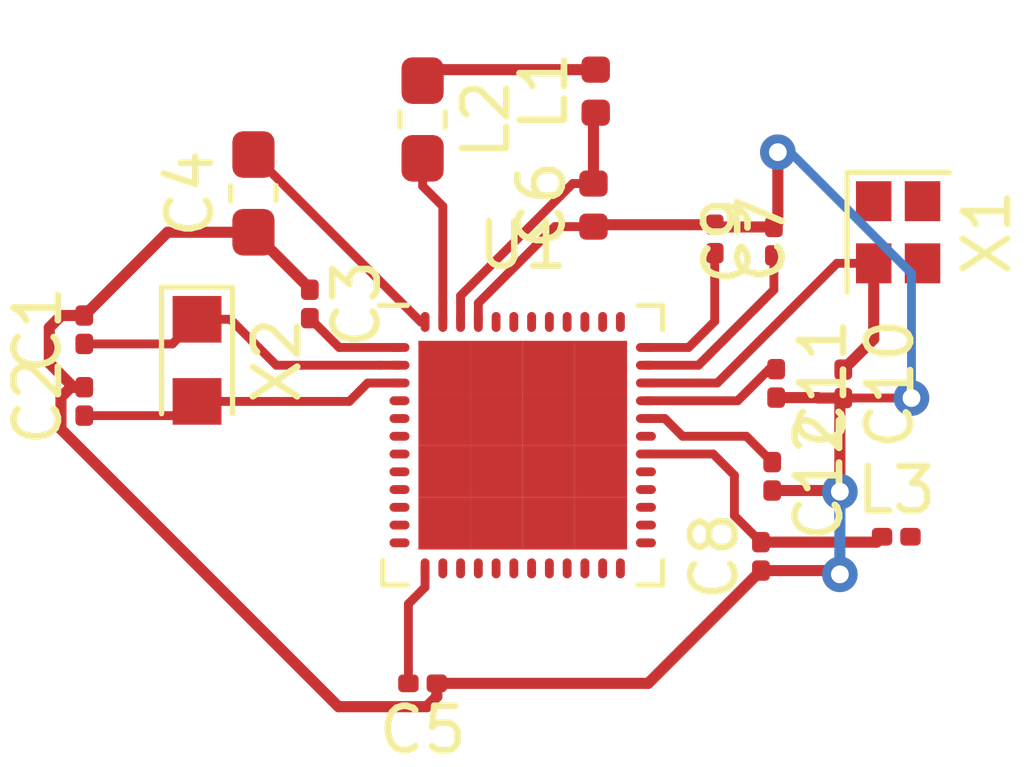
<source format=kicad_pcb>
(kicad_pcb (version 20171130) (host pcbnew 5.1.2-f72e74a~84~ubuntu18.04.1)

  (general
    (thickness 1.6)
    (drawings 0)
    (tracks 104)
    (zones 0)
    (modules 18)
    (nets 48)
  )

  (page A4)
  (layers
    (0 F.Cu signal)
    (31 B.Cu signal)
    (32 B.Adhes user)
    (33 F.Adhes user)
    (34 B.Paste user)
    (35 F.Paste user)
    (36 B.SilkS user)
    (37 F.SilkS user)
    (38 B.Mask user)
    (39 F.Mask user)
    (40 Dwgs.User user)
    (41 Cmts.User user)
    (42 Eco1.User user)
    (43 Eco2.User user)
    (44 Edge.Cuts user)
    (45 Margin user)
    (46 B.CrtYd user)
    (47 F.CrtYd user)
    (48 B.Fab user)
    (49 F.Fab user)
  )

  (setup
    (last_trace_width 0.2)
    (user_trace_width 0.2)
    (trace_clearance 0.18)
    (zone_clearance 0.508)
    (zone_45_only no)
    (trace_min 0.2)
    (via_size 0.8)
    (via_drill 0.4)
    (via_min_size 0.4)
    (via_min_drill 0.3)
    (uvia_size 0.3)
    (uvia_drill 0.1)
    (uvias_allowed no)
    (uvia_min_size 0.2)
    (uvia_min_drill 0.1)
    (edge_width 0.05)
    (segment_width 0.2)
    (pcb_text_width 0.3)
    (pcb_text_size 1.5 1.5)
    (mod_edge_width 0.12)
    (mod_text_size 1 1)
    (mod_text_width 0.15)
    (pad_size 1.524 1.524)
    (pad_drill 0.762)
    (pad_to_mask_clearance 0.051)
    (solder_mask_min_width 0.25)
    (aux_axis_origin 0 0)
    (visible_elements FFFFEF7F)
    (pcbplotparams
      (layerselection 0x010fc_ffffffff)
      (usegerberextensions false)
      (usegerberattributes false)
      (usegerberadvancedattributes false)
      (creategerberjobfile false)
      (excludeedgelayer true)
      (linewidth 0.100000)
      (plotframeref false)
      (viasonmask false)
      (mode 1)
      (useauxorigin false)
      (hpglpennumber 1)
      (hpglpenspeed 20)
      (hpglpendiameter 15.000000)
      (psnegative false)
      (psa4output false)
      (plotreference true)
      (plotvalue true)
      (plotinvisibletext false)
      (padsonsilk false)
      (subtractmaskfromsilk false)
      (outputformat 1)
      (mirror false)
      (drillshape 1)
      (scaleselection 1)
      (outputdirectory ""))
  )

  (net 0 "")
  (net 1 Earth)
  (net 2 "Net-(C1-Pad1)")
  (net 3 "Net-(C2-Pad1)")
  (net 4 "Net-(C3-Pad2)")
  (net 5 VDD)
  (net 6 "Net-(C6-Pad2)")
  (net 7 "Net-(C8-Pad2)")
  (net 8 "Net-(C9-Pad1)")
  (net 9 "Net-(C10-Pad1)")
  (net 10 "Net-(C11-Pad1)")
  (net 11 "Net-(C12-Pad1)")
  (net 12 "Net-(L1-Pad2)")
  (net 13 "Net-(L2-Pad2)")
  (net 14 /RF)
  (net 15 "Net-(U1-Pad4)")
  (net 16 "Net-(U1-Pad5)")
  (net 17 "Net-(U1-Pad6)")
  (net 18 "Net-(U1-Pad7)")
  (net 19 "Net-(U1-Pad8)")
  (net 20 "Net-(U1-Pad9)")
  (net 21 "Net-(U1-Pad10)")
  (net 22 "Net-(U1-Pad11)")
  (net 23 "Net-(U1-Pad12)")
  (net 24 "Net-(U1-Pad14)")
  (net 25 "Net-(U1-Pad15)")
  (net 26 "Net-(U1-Pad16)")
  (net 27 "Net-(U1-Pad17)")
  (net 28 "Net-(U1-Pad18)")
  (net 29 "Net-(U1-Pad19)")
  (net 30 "Net-(U1-Pad20)")
  (net 31 "Net-(U1-Pad21)")
  (net 32 "Net-(U1-Pad22)")
  (net 33 "Net-(U1-Pad23)")
  (net 34 "Net-(U1-Pad24)")
  (net 35 "Net-(U1-Pad25)")
  (net 36 "Net-(U1-Pad26)")
  (net 37 "Net-(U1-Pad27)")
  (net 38 "Net-(U1-Pad28)")
  (net 39 "Net-(U1-Pad29)")
  (net 40 "Net-(U1-Pad37)")
  (net 41 "Net-(U1-Pad38)")
  (net 42 "Net-(U1-Pad39)")
  (net 43 "Net-(U1-Pad40)")
  (net 44 "Net-(U1-Pad41)")
  (net 45 "Net-(U1-Pad42)")
  (net 46 "Net-(U1-Pad43)")
  (net 47 "Net-(U1-Pad44)")

  (net_class Default "This is the default net class."
    (clearance 0.18)
    (trace_width 0.25)
    (via_dia 0.8)
    (via_drill 0.4)
    (uvia_dia 0.3)
    (uvia_drill 0.1)
    (add_net /RF)
    (add_net Earth)
    (add_net "Net-(C1-Pad1)")
    (add_net "Net-(C10-Pad1)")
    (add_net "Net-(C11-Pad1)")
    (add_net "Net-(C12-Pad1)")
    (add_net "Net-(C2-Pad1)")
    (add_net "Net-(C3-Pad2)")
    (add_net "Net-(C6-Pad2)")
    (add_net "Net-(C8-Pad2)")
    (add_net "Net-(C9-Pad1)")
    (add_net "Net-(L1-Pad2)")
    (add_net "Net-(L2-Pad2)")
    (add_net "Net-(U1-Pad10)")
    (add_net "Net-(U1-Pad11)")
    (add_net "Net-(U1-Pad12)")
    (add_net "Net-(U1-Pad14)")
    (add_net "Net-(U1-Pad15)")
    (add_net "Net-(U1-Pad16)")
    (add_net "Net-(U1-Pad17)")
    (add_net "Net-(U1-Pad18)")
    (add_net "Net-(U1-Pad19)")
    (add_net "Net-(U1-Pad20)")
    (add_net "Net-(U1-Pad21)")
    (add_net "Net-(U1-Pad22)")
    (add_net "Net-(U1-Pad23)")
    (add_net "Net-(U1-Pad24)")
    (add_net "Net-(U1-Pad25)")
    (add_net "Net-(U1-Pad26)")
    (add_net "Net-(U1-Pad27)")
    (add_net "Net-(U1-Pad28)")
    (add_net "Net-(U1-Pad29)")
    (add_net "Net-(U1-Pad37)")
    (add_net "Net-(U1-Pad38)")
    (add_net "Net-(U1-Pad39)")
    (add_net "Net-(U1-Pad4)")
    (add_net "Net-(U1-Pad40)")
    (add_net "Net-(U1-Pad41)")
    (add_net "Net-(U1-Pad42)")
    (add_net "Net-(U1-Pad43)")
    (add_net "Net-(U1-Pad44)")
    (add_net "Net-(U1-Pad5)")
    (add_net "Net-(U1-Pad6)")
    (add_net "Net-(U1-Pad7)")
    (add_net "Net-(U1-Pad8)")
    (add_net "Net-(U1-Pad9)")
    (add_net VDD)
  )

  (net_class fina ""
    (clearance 0.2)
    (trace_width 0.2)
    (via_dia 0.8)
    (via_drill 0.4)
    (uvia_dia 0.3)
    (uvia_drill 0.1)
  )

  (module Capacitor_SMD:C_0201_0603Metric (layer F.Cu) (tedit 5B301BBE) (tstamp 5CFF1007)
    (at 134.62 136.815 90)
    (descr "Capacitor SMD 0201 (0603 Metric), square (rectangular) end terminal, IPC_7351 nominal, (Body size source: https://www.vishay.com/docs/20052/crcw0201e3.pdf), generated with kicad-footprint-generator")
    (tags capacitor)
    (path /5CF46A59)
    (attr smd)
    (fp_text reference C1 (at 0 -1.05 90) (layer F.SilkS)
      (effects (font (size 1 1) (thickness 0.15)))
    )
    (fp_text value 12pF (at 0 1.05 90) (layer F.Fab)
      (effects (font (size 1 1) (thickness 0.15)))
    )
    (fp_line (start -0.3 0.15) (end -0.3 -0.15) (layer F.Fab) (width 0.1))
    (fp_line (start -0.3 -0.15) (end 0.3 -0.15) (layer F.Fab) (width 0.1))
    (fp_line (start 0.3 -0.15) (end 0.3 0.15) (layer F.Fab) (width 0.1))
    (fp_line (start 0.3 0.15) (end -0.3 0.15) (layer F.Fab) (width 0.1))
    (fp_line (start -0.7 0.35) (end -0.7 -0.35) (layer F.CrtYd) (width 0.05))
    (fp_line (start -0.7 -0.35) (end 0.7 -0.35) (layer F.CrtYd) (width 0.05))
    (fp_line (start 0.7 -0.35) (end 0.7 0.35) (layer F.CrtYd) (width 0.05))
    (fp_line (start 0.7 0.35) (end -0.7 0.35) (layer F.CrtYd) (width 0.05))
    (fp_text user %R (at 0 -0.68 90) (layer F.Fab)
      (effects (font (size 0.25 0.25) (thickness 0.04)))
    )
    (pad "" smd roundrect (at -0.345 0 90) (size 0.318 0.36) (layers F.Paste) (roundrect_rratio 0.25))
    (pad "" smd roundrect (at 0.345 0 90) (size 0.318 0.36) (layers F.Paste) (roundrect_rratio 0.25))
    (pad 1 smd roundrect (at -0.32 0 90) (size 0.46 0.4) (layers F.Cu F.Mask) (roundrect_rratio 0.25)
      (net 2 "Net-(C1-Pad1)"))
    (pad 2 smd roundrect (at 0.32 0 90) (size 0.46 0.4) (layers F.Cu F.Mask) (roundrect_rratio 0.25)
      (net 1 Earth))
    (model ${KISYS3DMOD}/Capacitor_SMD.3dshapes/C_0201_0603Metric.wrl
      (at (xyz 0 0 0))
      (scale (xyz 1 1 1))
      (rotate (xyz 0 0 0))
    )
  )

  (module Capacitor_SMD:C_0201_0603Metric (layer F.Cu) (tedit 5B301BBE) (tstamp 5CF67923)
    (at 134.62 138.43 90)
    (descr "Capacitor SMD 0201 (0603 Metric), square (rectangular) end terminal, IPC_7351 nominal, (Body size source: https://www.vishay.com/docs/20052/crcw0201e3.pdf), generated with kicad-footprint-generator")
    (tags capacitor)
    (path /5CF472FA)
    (attr smd)
    (fp_text reference C2 (at 0 -1.05 90) (layer F.SilkS)
      (effects (font (size 1 1) (thickness 0.15)))
    )
    (fp_text value 12pF (at 0 1.05 90) (layer F.Fab)
      (effects (font (size 1 1) (thickness 0.15)))
    )
    (fp_text user %R (at 0 -0.68 90) (layer F.Fab)
      (effects (font (size 0.25 0.25) (thickness 0.04)))
    )
    (fp_line (start 0.7 0.35) (end -0.7 0.35) (layer F.CrtYd) (width 0.05))
    (fp_line (start 0.7 -0.35) (end 0.7 0.35) (layer F.CrtYd) (width 0.05))
    (fp_line (start -0.7 -0.35) (end 0.7 -0.35) (layer F.CrtYd) (width 0.05))
    (fp_line (start -0.7 0.35) (end -0.7 -0.35) (layer F.CrtYd) (width 0.05))
    (fp_line (start 0.3 0.15) (end -0.3 0.15) (layer F.Fab) (width 0.1))
    (fp_line (start 0.3 -0.15) (end 0.3 0.15) (layer F.Fab) (width 0.1))
    (fp_line (start -0.3 -0.15) (end 0.3 -0.15) (layer F.Fab) (width 0.1))
    (fp_line (start -0.3 0.15) (end -0.3 -0.15) (layer F.Fab) (width 0.1))
    (pad 2 smd roundrect (at 0.32 0 90) (size 0.46 0.4) (layers F.Cu F.Mask) (roundrect_rratio 0.25)
      (net 1 Earth))
    (pad 1 smd roundrect (at -0.32 0 90) (size 0.46 0.4) (layers F.Cu F.Mask) (roundrect_rratio 0.25)
      (net 3 "Net-(C2-Pad1)"))
    (pad "" smd roundrect (at 0.345 0 90) (size 0.318 0.36) (layers F.Paste) (roundrect_rratio 0.25))
    (pad "" smd roundrect (at -0.345 0 90) (size 0.318 0.36) (layers F.Paste) (roundrect_rratio 0.25))
    (model ${KISYS3DMOD}/Capacitor_SMD.3dshapes/C_0201_0603Metric.wrl
      (at (xyz 0 0 0))
      (scale (xyz 1 1 1))
      (rotate (xyz 0 0 0))
    )
  )

  (module Capacitor_SMD:C_0201_0603Metric (layer F.Cu) (tedit 5B301BBE) (tstamp 5CF67934)
    (at 139.7 136.235 270)
    (descr "Capacitor SMD 0201 (0603 Metric), square (rectangular) end terminal, IPC_7351 nominal, (Body size source: https://www.vishay.com/docs/20052/crcw0201e3.pdf), generated with kicad-footprint-generator")
    (tags capacitor)
    (path /5CF501FD)
    (attr smd)
    (fp_text reference C3 (at 0 -1.05 90) (layer F.SilkS)
      (effects (font (size 1 1) (thickness 0.15)))
    )
    (fp_text value 100nF (at 0 1.05 90) (layer F.Fab)
      (effects (font (size 1 1) (thickness 0.15)))
    )
    (fp_line (start -0.3 0.15) (end -0.3 -0.15) (layer F.Fab) (width 0.1))
    (fp_line (start -0.3 -0.15) (end 0.3 -0.15) (layer F.Fab) (width 0.1))
    (fp_line (start 0.3 -0.15) (end 0.3 0.15) (layer F.Fab) (width 0.1))
    (fp_line (start 0.3 0.15) (end -0.3 0.15) (layer F.Fab) (width 0.1))
    (fp_line (start -0.7 0.35) (end -0.7 -0.35) (layer F.CrtYd) (width 0.05))
    (fp_line (start -0.7 -0.35) (end 0.7 -0.35) (layer F.CrtYd) (width 0.05))
    (fp_line (start 0.7 -0.35) (end 0.7 0.35) (layer F.CrtYd) (width 0.05))
    (fp_line (start 0.7 0.35) (end -0.7 0.35) (layer F.CrtYd) (width 0.05))
    (fp_text user %R (at 0 -0.68 90) (layer F.Fab)
      (effects (font (size 0.25 0.25) (thickness 0.04)))
    )
    (pad "" smd roundrect (at -0.345 0 270) (size 0.318 0.36) (layers F.Paste) (roundrect_rratio 0.25))
    (pad "" smd roundrect (at 0.345 0 270) (size 0.318 0.36) (layers F.Paste) (roundrect_rratio 0.25))
    (pad 1 smd roundrect (at -0.32 0 270) (size 0.46 0.4) (layers F.Cu F.Mask) (roundrect_rratio 0.25)
      (net 1 Earth))
    (pad 2 smd roundrect (at 0.32 0 270) (size 0.46 0.4) (layers F.Cu F.Mask) (roundrect_rratio 0.25)
      (net 4 "Net-(C3-Pad2)"))
    (model ${KISYS3DMOD}/Capacitor_SMD.3dshapes/C_0201_0603Metric.wrl
      (at (xyz 0 0 0))
      (scale (xyz 1 1 1))
      (rotate (xyz 0 0 0))
    )
  )

  (module Capacitor_SMD:C_0603_1608Metric_Pad1.05x0.95mm_HandSolder (layer F.Cu) (tedit 5B301BBE) (tstamp 5CF67945)
    (at 138.43 133.745 90)
    (descr "Capacitor SMD 0603 (1608 Metric), square (rectangular) end terminal, IPC_7351 nominal with elongated pad for handsoldering. (Body size source: http://www.tortai-tech.com/upload/download/2011102023233369053.pdf), generated with kicad-footprint-generator")
    (tags "capacitor handsolder")
    (path /5CF55ADF)
    (attr smd)
    (fp_text reference C4 (at 0 -1.43 90) (layer F.SilkS)
      (effects (font (size 1 1) (thickness 0.15)))
    )
    (fp_text value 4.7uF (at 0 1.43 90) (layer F.Fab)
      (effects (font (size 1 1) (thickness 0.15)))
    )
    (fp_text user %R (at 0 0 90) (layer F.Fab)
      (effects (font (size 0.4 0.4) (thickness 0.06)))
    )
    (fp_line (start 1.65 0.73) (end -1.65 0.73) (layer F.CrtYd) (width 0.05))
    (fp_line (start 1.65 -0.73) (end 1.65 0.73) (layer F.CrtYd) (width 0.05))
    (fp_line (start -1.65 -0.73) (end 1.65 -0.73) (layer F.CrtYd) (width 0.05))
    (fp_line (start -1.65 0.73) (end -1.65 -0.73) (layer F.CrtYd) (width 0.05))
    (fp_line (start -0.171267 0.51) (end 0.171267 0.51) (layer F.SilkS) (width 0.12))
    (fp_line (start -0.171267 -0.51) (end 0.171267 -0.51) (layer F.SilkS) (width 0.12))
    (fp_line (start 0.8 0.4) (end -0.8 0.4) (layer F.Fab) (width 0.1))
    (fp_line (start 0.8 -0.4) (end 0.8 0.4) (layer F.Fab) (width 0.1))
    (fp_line (start -0.8 -0.4) (end 0.8 -0.4) (layer F.Fab) (width 0.1))
    (fp_line (start -0.8 0.4) (end -0.8 -0.4) (layer F.Fab) (width 0.1))
    (pad 2 smd roundrect (at 0.875 0 90) (size 1.05 0.95) (layers F.Cu F.Paste F.Mask) (roundrect_rratio 0.25)
      (net 5 VDD))
    (pad 1 smd roundrect (at -0.875 0 90) (size 1.05 0.95) (layers F.Cu F.Paste F.Mask) (roundrect_rratio 0.25)
      (net 1 Earth))
    (model ${KISYS3DMOD}/Capacitor_SMD.3dshapes/C_0603_1608Metric.wrl
      (at (xyz 0 0 0))
      (scale (xyz 1 1 1))
      (rotate (xyz 0 0 0))
    )
  )

  (module Capacitor_SMD:C_0201_0603Metric (layer F.Cu) (tedit 5B301BBE) (tstamp 5CF67956)
    (at 142.24 144.78 180)
    (descr "Capacitor SMD 0201 (0603 Metric), square (rectangular) end terminal, IPC_7351 nominal, (Body size source: https://www.vishay.com/docs/20052/crcw0201e3.pdf), generated with kicad-footprint-generator")
    (tags capacitor)
    (path /5CF65152)
    (attr smd)
    (fp_text reference C5 (at 0 -1.05) (layer F.SilkS)
      (effects (font (size 1 1) (thickness 0.15)))
    )
    (fp_text value 100nF (at 0 1.05) (layer F.Fab)
      (effects (font (size 1 1) (thickness 0.15)))
    )
    (fp_text user %R (at 0 -0.68) (layer F.Fab)
      (effects (font (size 0.25 0.25) (thickness 0.04)))
    )
    (fp_line (start 0.7 0.35) (end -0.7 0.35) (layer F.CrtYd) (width 0.05))
    (fp_line (start 0.7 -0.35) (end 0.7 0.35) (layer F.CrtYd) (width 0.05))
    (fp_line (start -0.7 -0.35) (end 0.7 -0.35) (layer F.CrtYd) (width 0.05))
    (fp_line (start -0.7 0.35) (end -0.7 -0.35) (layer F.CrtYd) (width 0.05))
    (fp_line (start 0.3 0.15) (end -0.3 0.15) (layer F.Fab) (width 0.1))
    (fp_line (start 0.3 -0.15) (end 0.3 0.15) (layer F.Fab) (width 0.1))
    (fp_line (start -0.3 -0.15) (end 0.3 -0.15) (layer F.Fab) (width 0.1))
    (fp_line (start -0.3 0.15) (end -0.3 -0.15) (layer F.Fab) (width 0.1))
    (pad 2 smd roundrect (at 0.32 0 180) (size 0.46 0.4) (layers F.Cu F.Mask) (roundrect_rratio 0.25)
      (net 5 VDD))
    (pad 1 smd roundrect (at -0.32 0 180) (size 0.46 0.4) (layers F.Cu F.Mask) (roundrect_rratio 0.25)
      (net 1 Earth))
    (pad "" smd roundrect (at 0.345 0 180) (size 0.318 0.36) (layers F.Paste) (roundrect_rratio 0.25))
    (pad "" smd roundrect (at -0.345 0 180) (size 0.318 0.36) (layers F.Paste) (roundrect_rratio 0.25))
    (model ${KISYS3DMOD}/Capacitor_SMD.3dshapes/C_0201_0603Metric.wrl
      (at (xyz 0 0 0))
      (scale (xyz 1 1 1))
      (rotate (xyz 0 0 0))
    )
  )

  (module Capacitor_SMD:C_0402_1005Metric (layer F.Cu) (tedit 5B301BBE) (tstamp 5CF67965)
    (at 146.0881 134.008 90)
    (descr "Capacitor SMD 0402 (1005 Metric), square (rectangular) end terminal, IPC_7351 nominal, (Body size source: http://www.tortai-tech.com/upload/download/2011102023233369053.pdf), generated with kicad-footprint-generator")
    (tags capacitor)
    (path /5CF59A6F)
    (attr smd)
    (fp_text reference C6 (at 0 -1.17 90) (layer F.SilkS)
      (effects (font (size 1 1) (thickness 0.15)))
    )
    (fp_text value 1.0uF (at 0 1.17 90) (layer F.Fab)
      (effects (font (size 1 1) (thickness 0.15)))
    )
    (fp_text user %R (at 0 0 90) (layer F.Fab)
      (effects (font (size 0.25 0.25) (thickness 0.04)))
    )
    (fp_line (start 0.93 0.47) (end -0.93 0.47) (layer F.CrtYd) (width 0.05))
    (fp_line (start 0.93 -0.47) (end 0.93 0.47) (layer F.CrtYd) (width 0.05))
    (fp_line (start -0.93 -0.47) (end 0.93 -0.47) (layer F.CrtYd) (width 0.05))
    (fp_line (start -0.93 0.47) (end -0.93 -0.47) (layer F.CrtYd) (width 0.05))
    (fp_line (start 0.5 0.25) (end -0.5 0.25) (layer F.Fab) (width 0.1))
    (fp_line (start 0.5 -0.25) (end 0.5 0.25) (layer F.Fab) (width 0.1))
    (fp_line (start -0.5 -0.25) (end 0.5 -0.25) (layer F.Fab) (width 0.1))
    (fp_line (start -0.5 0.25) (end -0.5 -0.25) (layer F.Fab) (width 0.1))
    (pad 2 smd roundrect (at 0.485 0 90) (size 0.59 0.64) (layers F.Cu F.Paste F.Mask) (roundrect_rratio 0.25)
      (net 6 "Net-(C6-Pad2)"))
    (pad 1 smd roundrect (at -0.485 0 90) (size 0.59 0.64) (layers F.Cu F.Paste F.Mask) (roundrect_rratio 0.25)
      (net 1 Earth))
    (model ${KISYS3DMOD}/Capacitor_SMD.3dshapes/C_0402_1005Metric.wrl
      (at (xyz 0 0 0))
      (scale (xyz 1 1 1))
      (rotate (xyz 0 0 0))
    )
  )

  (module Capacitor_SMD:C_0201_0603Metric (layer F.Cu) (tedit 5B301BBE) (tstamp 5CFF1441)
    (at 148.8186 134.7703 270)
    (descr "Capacitor SMD 0201 (0603 Metric), square (rectangular) end terminal, IPC_7351 nominal, (Body size source: https://www.vishay.com/docs/20052/crcw0201e3.pdf), generated with kicad-footprint-generator")
    (tags capacitor)
    (path /5CF87562)
    (attr smd)
    (fp_text reference C7 (at 0 -1.05 90) (layer F.SilkS)
      (effects (font (size 1 1) (thickness 0.15)))
    )
    (fp_text value 100nF (at 0 1.05 90) (layer F.Fab)
      (effects (font (size 1 1) (thickness 0.15)))
    )
    (fp_line (start -0.3 0.15) (end -0.3 -0.15) (layer F.Fab) (width 0.1))
    (fp_line (start -0.3 -0.15) (end 0.3 -0.15) (layer F.Fab) (width 0.1))
    (fp_line (start 0.3 -0.15) (end 0.3 0.15) (layer F.Fab) (width 0.1))
    (fp_line (start 0.3 0.15) (end -0.3 0.15) (layer F.Fab) (width 0.1))
    (fp_line (start -0.7 0.35) (end -0.7 -0.35) (layer F.CrtYd) (width 0.05))
    (fp_line (start -0.7 -0.35) (end 0.7 -0.35) (layer F.CrtYd) (width 0.05))
    (fp_line (start 0.7 -0.35) (end 0.7 0.35) (layer F.CrtYd) (width 0.05))
    (fp_line (start 0.7 0.35) (end -0.7 0.35) (layer F.CrtYd) (width 0.05))
    (fp_text user %R (at 0 -0.68 90) (layer F.Fab)
      (effects (font (size 0.25 0.25) (thickness 0.04)))
    )
    (pad "" smd roundrect (at -0.345 0 270) (size 0.318 0.36) (layers F.Paste) (roundrect_rratio 0.25))
    (pad "" smd roundrect (at 0.345 0 270) (size 0.318 0.36) (layers F.Paste) (roundrect_rratio 0.25))
    (pad 1 smd roundrect (at -0.32 0 270) (size 0.46 0.4) (layers F.Cu F.Mask) (roundrect_rratio 0.25)
      (net 1 Earth))
    (pad 2 smd roundrect (at 0.32 0 270) (size 0.46 0.4) (layers F.Cu F.Mask) (roundrect_rratio 0.25)
      (net 5 VDD))
    (model ${KISYS3DMOD}/Capacitor_SMD.3dshapes/C_0201_0603Metric.wrl
      (at (xyz 0 0 0))
      (scale (xyz 1 1 1))
      (rotate (xyz 0 0 0))
    )
  )

  (module Capacitor_SMD:C_0201_0603Metric (layer F.Cu) (tedit 5B301BBE) (tstamp 5CF67987)
    (at 149.86 141.92 90)
    (descr "Capacitor SMD 0201 (0603 Metric), square (rectangular) end terminal, IPC_7351 nominal, (Body size source: https://www.vishay.com/docs/20052/crcw0201e3.pdf), generated with kicad-footprint-generator")
    (tags capacitor)
    (path /5CF69377)
    (attr smd)
    (fp_text reference C8 (at 0 -1.05 90) (layer F.SilkS)
      (effects (font (size 1 1) (thickness 0.15)))
    )
    (fp_text value 0.8pF (at 0 1.05 90) (layer F.Fab)
      (effects (font (size 1 1) (thickness 0.15)))
    )
    (fp_text user %R (at 0 -0.68 90) (layer F.Fab)
      (effects (font (size 0.25 0.25) (thickness 0.04)))
    )
    (fp_line (start 0.7 0.35) (end -0.7 0.35) (layer F.CrtYd) (width 0.05))
    (fp_line (start 0.7 -0.35) (end 0.7 0.35) (layer F.CrtYd) (width 0.05))
    (fp_line (start -0.7 -0.35) (end 0.7 -0.35) (layer F.CrtYd) (width 0.05))
    (fp_line (start -0.7 0.35) (end -0.7 -0.35) (layer F.CrtYd) (width 0.05))
    (fp_line (start 0.3 0.15) (end -0.3 0.15) (layer F.Fab) (width 0.1))
    (fp_line (start 0.3 -0.15) (end 0.3 0.15) (layer F.Fab) (width 0.1))
    (fp_line (start -0.3 -0.15) (end 0.3 -0.15) (layer F.Fab) (width 0.1))
    (fp_line (start -0.3 0.15) (end -0.3 -0.15) (layer F.Fab) (width 0.1))
    (pad 2 smd roundrect (at 0.32 0 90) (size 0.46 0.4) (layers F.Cu F.Mask) (roundrect_rratio 0.25)
      (net 7 "Net-(C8-Pad2)"))
    (pad 1 smd roundrect (at -0.32 0 90) (size 0.46 0.4) (layers F.Cu F.Mask) (roundrect_rratio 0.25)
      (net 1 Earth))
    (pad "" smd roundrect (at 0.345 0 90) (size 0.318 0.36) (layers F.Paste) (roundrect_rratio 0.25))
    (pad "" smd roundrect (at -0.345 0 90) (size 0.318 0.36) (layers F.Paste) (roundrect_rratio 0.25))
    (model ${KISYS3DMOD}/Capacitor_SMD.3dshapes/C_0201_0603Metric.wrl
      (at (xyz 0 0 0))
      (scale (xyz 1 1 1))
      (rotate (xyz 0 0 0))
    )
  )

  (module Capacitor_SMD:C_0201_0603Metric (layer F.Cu) (tedit 5B301BBE) (tstamp 5CF67998)
    (at 150.1521 134.8207 90)
    (descr "Capacitor SMD 0201 (0603 Metric), square (rectangular) end terminal, IPC_7351 nominal, (Body size source: https://www.vishay.com/docs/20052/crcw0201e3.pdf), generated with kicad-footprint-generator")
    (tags capacitor)
    (path /5CF7A0C3)
    (attr smd)
    (fp_text reference C9 (at 0 -1.05 90) (layer F.SilkS)
      (effects (font (size 1 1) (thickness 0.15)))
    )
    (fp_text value 12pF (at 0 1.05 90) (layer F.Fab)
      (effects (font (size 1 1) (thickness 0.15)))
    )
    (fp_text user %R (at 0 -0.68 90) (layer F.Fab)
      (effects (font (size 0.25 0.25) (thickness 0.04)))
    )
    (fp_line (start 0.7 0.35) (end -0.7 0.35) (layer F.CrtYd) (width 0.05))
    (fp_line (start 0.7 -0.35) (end 0.7 0.35) (layer F.CrtYd) (width 0.05))
    (fp_line (start -0.7 -0.35) (end 0.7 -0.35) (layer F.CrtYd) (width 0.05))
    (fp_line (start -0.7 0.35) (end -0.7 -0.35) (layer F.CrtYd) (width 0.05))
    (fp_line (start 0.3 0.15) (end -0.3 0.15) (layer F.Fab) (width 0.1))
    (fp_line (start 0.3 -0.15) (end 0.3 0.15) (layer F.Fab) (width 0.1))
    (fp_line (start -0.3 -0.15) (end 0.3 -0.15) (layer F.Fab) (width 0.1))
    (fp_line (start -0.3 0.15) (end -0.3 -0.15) (layer F.Fab) (width 0.1))
    (pad 2 smd roundrect (at 0.32 0 90) (size 0.46 0.4) (layers F.Cu F.Mask) (roundrect_rratio 0.25)
      (net 1 Earth))
    (pad 1 smd roundrect (at -0.32 0 90) (size 0.46 0.4) (layers F.Cu F.Mask) (roundrect_rratio 0.25)
      (net 8 "Net-(C9-Pad1)"))
    (pad "" smd roundrect (at 0.345 0 90) (size 0.318 0.36) (layers F.Paste) (roundrect_rratio 0.25))
    (pad "" smd roundrect (at -0.345 0 90) (size 0.318 0.36) (layers F.Paste) (roundrect_rratio 0.25))
    (model ${KISYS3DMOD}/Capacitor_SMD.3dshapes/C_0201_0603Metric.wrl
      (at (xyz 0 0 0))
      (scale (xyz 1 1 1))
      (rotate (xyz 0 0 0))
    )
  )

  (module Capacitor_SMD:C_0201_0603Metric (layer F.Cu) (tedit 5B301BBE) (tstamp 5CFEFC6C)
    (at 151.7142 138.0342 270)
    (descr "Capacitor SMD 0201 (0603 Metric), square (rectangular) end terminal, IPC_7351 nominal, (Body size source: https://www.vishay.com/docs/20052/crcw0201e3.pdf), generated with kicad-footprint-generator")
    (tags capacitor)
    (path /5CF79E2C)
    (attr smd)
    (fp_text reference C10 (at 0 -1.05 90) (layer F.SilkS)
      (effects (font (size 1 1) (thickness 0.15)))
    )
    (fp_text value 12pF (at 0 1.05 90) (layer F.Fab)
      (effects (font (size 1 1) (thickness 0.15)))
    )
    (fp_line (start -0.3 0.15) (end -0.3 -0.15) (layer F.Fab) (width 0.1))
    (fp_line (start -0.3 -0.15) (end 0.3 -0.15) (layer F.Fab) (width 0.1))
    (fp_line (start 0.3 -0.15) (end 0.3 0.15) (layer F.Fab) (width 0.1))
    (fp_line (start 0.3 0.15) (end -0.3 0.15) (layer F.Fab) (width 0.1))
    (fp_line (start -0.7 0.35) (end -0.7 -0.35) (layer F.CrtYd) (width 0.05))
    (fp_line (start -0.7 -0.35) (end 0.7 -0.35) (layer F.CrtYd) (width 0.05))
    (fp_line (start 0.7 -0.35) (end 0.7 0.35) (layer F.CrtYd) (width 0.05))
    (fp_line (start 0.7 0.35) (end -0.7 0.35) (layer F.CrtYd) (width 0.05))
    (fp_text user %R (at 0 -0.68 90) (layer F.Fab)
      (effects (font (size 0.25 0.25) (thickness 0.04)))
    )
    (pad "" smd roundrect (at -0.345 0 270) (size 0.318 0.36) (layers F.Paste) (roundrect_rratio 0.25))
    (pad "" smd roundrect (at 0.345 0 270) (size 0.318 0.36) (layers F.Paste) (roundrect_rratio 0.25))
    (pad 1 smd roundrect (at -0.32 0 270) (size 0.46 0.4) (layers F.Cu F.Mask) (roundrect_rratio 0.25)
      (net 9 "Net-(C10-Pad1)"))
    (pad 2 smd roundrect (at 0.32 0 270) (size 0.46 0.4) (layers F.Cu F.Mask) (roundrect_rratio 0.25)
      (net 1 Earth))
    (model ${KISYS3DMOD}/Capacitor_SMD.3dshapes/C_0201_0603Metric.wrl
      (at (xyz 0 0 0))
      (scale (xyz 1 1 1))
      (rotate (xyz 0 0 0))
    )
  )

  (module Capacitor_SMD:C_0201_0603Metric (layer F.Cu) (tedit 5B301BBE) (tstamp 5CF679BA)
    (at 150.2029 138.0236 270)
    (descr "Capacitor SMD 0201 (0603 Metric), square (rectangular) end terminal, IPC_7351 nominal, (Body size source: https://www.vishay.com/docs/20052/crcw0201e3.pdf), generated with kicad-footprint-generator")
    (tags capacitor)
    (path /5CF79C47)
    (attr smd)
    (fp_text reference C11 (at 0 -1.05 90) (layer F.SilkS)
      (effects (font (size 1 1) (thickness 0.15)))
    )
    (fp_text value 100pF (at 0 1.05 90) (layer F.Fab)
      (effects (font (size 1 1) (thickness 0.15)))
    )
    (fp_text user %R (at 0 -0.68 90) (layer F.Fab)
      (effects (font (size 0.25 0.25) (thickness 0.04)))
    )
    (fp_line (start 0.7 0.35) (end -0.7 0.35) (layer F.CrtYd) (width 0.05))
    (fp_line (start 0.7 -0.35) (end 0.7 0.35) (layer F.CrtYd) (width 0.05))
    (fp_line (start -0.7 -0.35) (end 0.7 -0.35) (layer F.CrtYd) (width 0.05))
    (fp_line (start -0.7 0.35) (end -0.7 -0.35) (layer F.CrtYd) (width 0.05))
    (fp_line (start 0.3 0.15) (end -0.3 0.15) (layer F.Fab) (width 0.1))
    (fp_line (start 0.3 -0.15) (end 0.3 0.15) (layer F.Fab) (width 0.1))
    (fp_line (start -0.3 -0.15) (end 0.3 -0.15) (layer F.Fab) (width 0.1))
    (fp_line (start -0.3 0.15) (end -0.3 -0.15) (layer F.Fab) (width 0.1))
    (pad 2 smd roundrect (at 0.32 0 270) (size 0.46 0.4) (layers F.Cu F.Mask) (roundrect_rratio 0.25)
      (net 1 Earth))
    (pad 1 smd roundrect (at -0.32 0 270) (size 0.46 0.4) (layers F.Cu F.Mask) (roundrect_rratio 0.25)
      (net 10 "Net-(C11-Pad1)"))
    (pad "" smd roundrect (at 0.345 0 270) (size 0.318 0.36) (layers F.Paste) (roundrect_rratio 0.25))
    (pad "" smd roundrect (at -0.345 0 270) (size 0.318 0.36) (layers F.Paste) (roundrect_rratio 0.25))
    (model ${KISYS3DMOD}/Capacitor_SMD.3dshapes/C_0201_0603Metric.wrl
      (at (xyz 0 0 0))
      (scale (xyz 1 1 1))
      (rotate (xyz 0 0 0))
    )
  )

  (module Capacitor_SMD:C_0201_0603Metric (layer F.Cu) (tedit 5B301BBE) (tstamp 5CF6BFAD)
    (at 150.114 140.117 270)
    (descr "Capacitor SMD 0201 (0603 Metric), square (rectangular) end terminal, IPC_7351 nominal, (Body size source: https://www.vishay.com/docs/20052/crcw0201e3.pdf), generated with kicad-footprint-generator")
    (tags capacitor)
    (path /5CF78502)
    (attr smd)
    (fp_text reference C12 (at 0 -1.05 90) (layer F.SilkS)
      (effects (font (size 1 1) (thickness 0.15)))
    )
    (fp_text value N.C. (at 0 1.05 90) (layer F.Fab)
      (effects (font (size 1 1) (thickness 0.15)))
    )
    (fp_line (start -0.3 0.15) (end -0.3 -0.15) (layer F.Fab) (width 0.1))
    (fp_line (start -0.3 -0.15) (end 0.3 -0.15) (layer F.Fab) (width 0.1))
    (fp_line (start 0.3 -0.15) (end 0.3 0.15) (layer F.Fab) (width 0.1))
    (fp_line (start 0.3 0.15) (end -0.3 0.15) (layer F.Fab) (width 0.1))
    (fp_line (start -0.7 0.35) (end -0.7 -0.35) (layer F.CrtYd) (width 0.05))
    (fp_line (start -0.7 -0.35) (end 0.7 -0.35) (layer F.CrtYd) (width 0.05))
    (fp_line (start 0.7 -0.35) (end 0.7 0.35) (layer F.CrtYd) (width 0.05))
    (fp_line (start 0.7 0.35) (end -0.7 0.35) (layer F.CrtYd) (width 0.05))
    (fp_text user %R (at 0 -0.68 90) (layer F.Fab)
      (effects (font (size 0.25 0.25) (thickness 0.04)))
    )
    (pad "" smd roundrect (at -0.345 0 270) (size 0.318 0.36) (layers F.Paste) (roundrect_rratio 0.25))
    (pad "" smd roundrect (at 0.345 0 270) (size 0.318 0.36) (layers F.Paste) (roundrect_rratio 0.25))
    (pad 1 smd roundrect (at -0.32 0 270) (size 0.46 0.4) (layers F.Cu F.Mask) (roundrect_rratio 0.25)
      (net 11 "Net-(C12-Pad1)"))
    (pad 2 smd roundrect (at 0.32 0 270) (size 0.46 0.4) (layers F.Cu F.Mask) (roundrect_rratio 0.25)
      (net 1 Earth))
    (model ${KISYS3DMOD}/Capacitor_SMD.3dshapes/C_0201_0603Metric.wrl
      (at (xyz 0 0 0))
      (scale (xyz 1 1 1))
      (rotate (xyz 0 0 0))
    )
  )

  (module Inductor_SMD:L_0402_1005Metric (layer F.Cu) (tedit 5B301BBE) (tstamp 5CF679DA)
    (at 146.1389 131.4426 90)
    (descr "Inductor SMD 0402 (1005 Metric), square (rectangular) end terminal, IPC_7351 nominal, (Body size source: http://www.tortai-tech.com/upload/download/2011102023233369053.pdf), generated with kicad-footprint-generator")
    (tags inductor)
    (path /5CF5AAB5)
    (attr smd)
    (fp_text reference L1 (at 0 -1.17 90) (layer F.SilkS)
      (effects (font (size 1 1) (thickness 0.15)))
    )
    (fp_text value 15nH (at 0 1.17 90) (layer F.Fab)
      (effects (font (size 1 1) (thickness 0.15)))
    )
    (fp_text user %R (at 0 0 90) (layer F.Fab)
      (effects (font (size 0.25 0.25) (thickness 0.04)))
    )
    (fp_line (start 0.93 0.47) (end -0.93 0.47) (layer F.CrtYd) (width 0.05))
    (fp_line (start 0.93 -0.47) (end 0.93 0.47) (layer F.CrtYd) (width 0.05))
    (fp_line (start -0.93 -0.47) (end 0.93 -0.47) (layer F.CrtYd) (width 0.05))
    (fp_line (start -0.93 0.47) (end -0.93 -0.47) (layer F.CrtYd) (width 0.05))
    (fp_line (start 0.5 0.25) (end -0.5 0.25) (layer F.Fab) (width 0.1))
    (fp_line (start 0.5 -0.25) (end 0.5 0.25) (layer F.Fab) (width 0.1))
    (fp_line (start -0.5 -0.25) (end 0.5 -0.25) (layer F.Fab) (width 0.1))
    (fp_line (start -0.5 0.25) (end -0.5 -0.25) (layer F.Fab) (width 0.1))
    (pad 2 smd roundrect (at 0.485 0 90) (size 0.59 0.64) (layers F.Cu F.Paste F.Mask) (roundrect_rratio 0.25)
      (net 12 "Net-(L1-Pad2)"))
    (pad 1 smd roundrect (at -0.485 0 90) (size 0.59 0.64) (layers F.Cu F.Paste F.Mask) (roundrect_rratio 0.25)
      (net 6 "Net-(C6-Pad2)"))
    (model ${KISYS3DMOD}/Inductor_SMD.3dshapes/L_0402_1005Metric.wrl
      (at (xyz 0 0 0))
      (scale (xyz 1 1 1))
      (rotate (xyz 0 0 0))
    )
  )

  (module Inductor_SMD:L_0603_1608Metric_Pad1.05x0.95mm_HandSolder (layer F.Cu) (tedit 5B301BBE) (tstamp 5CF679EB)
    (at 142.24 132.08 270)
    (descr "Capacitor SMD 0603 (1608 Metric), square (rectangular) end terminal, IPC_7351 nominal with elongated pad for handsoldering. (Body size source: http://www.tortai-tech.com/upload/download/2011102023233369053.pdf), generated with kicad-footprint-generator")
    (tags "inductor handsolder")
    (path /5CF5C67D)
    (attr smd)
    (fp_text reference L2 (at 0 -1.43 90) (layer F.SilkS)
      (effects (font (size 1 1) (thickness 0.15)))
    )
    (fp_text value 10uH (at 0 1.43 90) (layer F.Fab)
      (effects (font (size 1 1) (thickness 0.15)))
    )
    (fp_text user %R (at 0 0 90) (layer F.Fab)
      (effects (font (size 0.4 0.4) (thickness 0.06)))
    )
    (fp_line (start 1.65 0.73) (end -1.65 0.73) (layer F.CrtYd) (width 0.05))
    (fp_line (start 1.65 -0.73) (end 1.65 0.73) (layer F.CrtYd) (width 0.05))
    (fp_line (start -1.65 -0.73) (end 1.65 -0.73) (layer F.CrtYd) (width 0.05))
    (fp_line (start -1.65 0.73) (end -1.65 -0.73) (layer F.CrtYd) (width 0.05))
    (fp_line (start -0.171267 0.51) (end 0.171267 0.51) (layer F.SilkS) (width 0.12))
    (fp_line (start -0.171267 -0.51) (end 0.171267 -0.51) (layer F.SilkS) (width 0.12))
    (fp_line (start 0.8 0.4) (end -0.8 0.4) (layer F.Fab) (width 0.1))
    (fp_line (start 0.8 -0.4) (end 0.8 0.4) (layer F.Fab) (width 0.1))
    (fp_line (start -0.8 -0.4) (end 0.8 -0.4) (layer F.Fab) (width 0.1))
    (fp_line (start -0.8 0.4) (end -0.8 -0.4) (layer F.Fab) (width 0.1))
    (pad 2 smd roundrect (at 0.875 0 270) (size 1.05 0.95) (layers F.Cu F.Paste F.Mask) (roundrect_rratio 0.25)
      (net 13 "Net-(L2-Pad2)"))
    (pad 1 smd roundrect (at -0.875 0 270) (size 1.05 0.95) (layers F.Cu F.Paste F.Mask) (roundrect_rratio 0.25)
      (net 12 "Net-(L1-Pad2)"))
    (model ${KISYS3DMOD}/Inductor_SMD.3dshapes/L_0603_1608Metric.wrl
      (at (xyz 0 0 0))
      (scale (xyz 1 1 1))
      (rotate (xyz 0 0 0))
    )
  )

  (module Inductor_SMD:L_0201_0603Metric (layer F.Cu) (tedit 5B301BBE) (tstamp 5CFEA05D)
    (at 152.908 141.478)
    (descr "Inductor SMD 0201 (0603 Metric), square (rectangular) end terminal, IPC_7351 nominal, (Body size source: https://www.vishay.com/docs/20052/crcw0201e3.pdf), generated with kicad-footprint-generator")
    (tags inductor)
    (path /5CF6C088)
    (attr smd)
    (fp_text reference L3 (at 0 -1.05) (layer F.SilkS)
      (effects (font (size 1 1) (thickness 0.15)))
    )
    (fp_text value 3.9nH (at 0 1.05) (layer F.Fab)
      (effects (font (size 1 1) (thickness 0.15)))
    )
    (fp_text user %R (at 0 -0.68) (layer F.Fab)
      (effects (font (size 0.25 0.25) (thickness 0.04)))
    )
    (fp_line (start 0.7 0.35) (end -0.7 0.35) (layer F.CrtYd) (width 0.05))
    (fp_line (start 0.7 -0.35) (end 0.7 0.35) (layer F.CrtYd) (width 0.05))
    (fp_line (start -0.7 -0.35) (end 0.7 -0.35) (layer F.CrtYd) (width 0.05))
    (fp_line (start -0.7 0.35) (end -0.7 -0.35) (layer F.CrtYd) (width 0.05))
    (fp_line (start 0.3 0.15) (end -0.3 0.15) (layer F.Fab) (width 0.1))
    (fp_line (start 0.3 -0.15) (end 0.3 0.15) (layer F.Fab) (width 0.1))
    (fp_line (start -0.3 -0.15) (end 0.3 -0.15) (layer F.Fab) (width 0.1))
    (fp_line (start -0.3 0.15) (end -0.3 -0.15) (layer F.Fab) (width 0.1))
    (pad 2 smd roundrect (at 0.32 0) (size 0.46 0.4) (layers F.Cu F.Mask) (roundrect_rratio 0.25)
      (net 14 /RF))
    (pad 1 smd roundrect (at -0.32 0) (size 0.46 0.4) (layers F.Cu F.Mask) (roundrect_rratio 0.25)
      (net 7 "Net-(C8-Pad2)"))
    (pad "" smd roundrect (at 0.345 0) (size 0.318 0.36) (layers F.Paste) (roundrect_rratio 0.25))
    (pad "" smd roundrect (at -0.345 0) (size 0.318 0.36) (layers F.Paste) (roundrect_rratio 0.25))
    (model ${KISYS3DMOD}/Inductor_SMD.3dshapes/L_0201_0603Metric.wrl
      (at (xyz 0 0 0))
      (scale (xyz 1 1 1))
      (rotate (xyz 0 0 0))
    )
  )

  (module tarefa01:QFN-48_EP_6x6_Pitch0.4mm (layer F.Cu) (tedit 0) (tstamp 5CF67A50)
    (at 144.495001 139.415001)
    (path /5CF3EA1E)
    (attr smd)
    (fp_text reference U1 (at 0 -4.5) (layer F.SilkS)
      (effects (font (size 1 1) (thickness 0.15)))
    )
    (fp_text value nrf52832 (at 0 4.5) (layer F.Fab)
      (effects (font (size 1 1) (thickness 0.15)))
    )
    (fp_line (start -3.5 3.5) (end -3.5 -3.5) (layer F.CrtYd) (width 0.05))
    (fp_line (start 3.5 3.5) (end -3.5 3.5) (layer F.CrtYd) (width 0.05))
    (fp_line (start 3.5 -3.5) (end 3.5 3.5) (layer F.CrtYd) (width 0.05))
    (fp_line (start -3.5 -3.5) (end 3.5 -3.5) (layer F.CrtYd) (width 0.05))
    (fp_line (start -2.6 -3.15) (end -3.225 -3.15) (layer F.SilkS) (width 0.12))
    (fp_line (start -3.15 3.15) (end -3.15 2.6) (layer F.SilkS) (width 0.12))
    (fp_line (start -2.6 3.15) (end -3.15 3.15) (layer F.SilkS) (width 0.12))
    (fp_line (start 3.15 3.15) (end 3.15 2.6) (layer F.SilkS) (width 0.12))
    (fp_line (start 2.6 3.15) (end 3.15 3.15) (layer F.SilkS) (width 0.12))
    (fp_line (start 3.15 -3.15) (end 3.15 -2.6) (layer F.SilkS) (width 0.12))
    (fp_line (start 2.6 -3.15) (end 3.15 -3.15) (layer F.SilkS) (width 0.12))
    (fp_line (start 3 -3) (end -2 -3) (layer F.Fab) (width 0.15))
    (fp_line (start 3 3) (end 3 -3) (layer F.Fab) (width 0.15))
    (fp_line (start -3 3) (end 3 3) (layer F.Fab) (width 0.15))
    (fp_line (start -3 -2) (end -3 3) (layer F.Fab) (width 0.15))
    (fp_line (start -2 -3) (end -3 -2) (layer F.Fab) (width 0.15))
    (pad 49 smd rect (at 1.7625 1.7625) (size 1.175 1.175) (layers F.Cu F.Paste F.Mask)
      (net 1 Earth) (solder_paste_margin -0.75))
    (pad 49 smd rect (at 1.7625 0.5875) (size 1.175 1.175) (layers F.Cu F.Paste F.Mask)
      (net 1 Earth) (solder_paste_margin -0.75))
    (pad 49 smd rect (at 1.7625 -0.5875) (size 1.175 1.175) (layers F.Cu F.Paste F.Mask)
      (net 1 Earth) (solder_paste_margin -0.75))
    (pad 49 smd rect (at 1.7625 -1.7625) (size 1.175 1.175) (layers F.Cu F.Paste F.Mask)
      (net 1 Earth) (solder_paste_margin -0.75))
    (pad 49 smd rect (at 0.5875 1.7625) (size 1.175 1.175) (layers F.Cu F.Paste F.Mask)
      (net 1 Earth) (solder_paste_margin -0.75))
    (pad 49 smd rect (at 0.5875 0.5875) (size 1.175 1.175) (layers F.Cu F.Paste F.Mask)
      (net 1 Earth) (solder_paste_margin -0.75))
    (pad 49 smd rect (at 0.5875 -0.5875) (size 1.175 1.175) (layers F.Cu F.Paste F.Mask)
      (net 1 Earth) (solder_paste_margin -0.75))
    (pad 49 smd rect (at 0.5875 -1.7625) (size 1.175 1.175) (layers F.Cu F.Paste F.Mask)
      (net 1 Earth) (solder_paste_margin -0.75))
    (pad 49 smd rect (at -0.5875 1.7625) (size 1.175 1.175) (layers F.Cu F.Paste F.Mask)
      (net 1 Earth) (solder_paste_margin -0.75))
    (pad 49 smd rect (at -0.5875 0.5875) (size 1.175 1.175) (layers F.Cu F.Paste F.Mask)
      (net 1 Earth) (solder_paste_margin -0.75))
    (pad 49 smd rect (at -0.5875 -0.5875) (size 1.175 1.175) (layers F.Cu F.Paste F.Mask)
      (net 1 Earth) (solder_paste_margin -0.75))
    (pad 49 smd rect (at -0.5875 -1.7625) (size 1.175 1.175) (layers F.Cu F.Paste F.Mask)
      (net 1 Earth) (solder_paste_margin -0.75))
    (pad 49 smd rect (at -1.7625 1.7625) (size 1.175 1.175) (layers F.Cu F.Paste F.Mask)
      (net 1 Earth) (solder_paste_margin -0.75))
    (pad 49 smd rect (at -1.7625 0.5875) (size 1.175 1.175) (layers F.Cu F.Paste F.Mask)
      (net 1 Earth) (solder_paste_margin -0.75))
    (pad 49 smd rect (at -1.7625 -0.5875) (size 1.175 1.175) (layers F.Cu F.Paste F.Mask)
      (net 1 Earth) (solder_paste_margin -0.75))
    (pad 49 smd rect (at -1.7625 -1.7625) (size 1.175 1.175) (layers F.Cu F.Paste F.Mask)
      (net 1 Earth) (solder_paste_margin -0.75))
    (pad 48 smd oval (at -2.2 -2.775) (size 0.2 0.45) (layers F.Cu F.Paste F.Mask)
      (net 5 VDD))
    (pad 47 smd oval (at -1.8 -2.775) (size 0.2 0.45) (layers F.Cu F.Paste F.Mask)
      (net 13 "Net-(L2-Pad2)"))
    (pad 46 smd oval (at -1.4 -2.775) (size 0.2 0.45) (layers F.Cu F.Paste F.Mask)
      (net 6 "Net-(C6-Pad2)"))
    (pad 45 smd oval (at -1 -2.775) (size 0.2 0.45) (layers F.Cu F.Paste F.Mask)
      (net 1 Earth))
    (pad 44 smd oval (at -0.6 -2.775) (size 0.2 0.45) (layers F.Cu F.Paste F.Mask)
      (net 47 "Net-(U1-Pad44)"))
    (pad 43 smd oval (at -0.2 -2.775) (size 0.2 0.45) (layers F.Cu F.Paste F.Mask)
      (net 46 "Net-(U1-Pad43)"))
    (pad 42 smd oval (at 0.2 -2.775) (size 0.2 0.45) (layers F.Cu F.Paste F.Mask)
      (net 45 "Net-(U1-Pad42)"))
    (pad 41 smd oval (at 0.6 -2.775) (size 0.2 0.45) (layers F.Cu F.Paste F.Mask)
      (net 44 "Net-(U1-Pad41)"))
    (pad 40 smd oval (at 1 -2.775) (size 0.2 0.45) (layers F.Cu F.Paste F.Mask)
      (net 43 "Net-(U1-Pad40)"))
    (pad 39 smd oval (at 1.4 -2.775) (size 0.2 0.45) (layers F.Cu F.Paste F.Mask)
      (net 42 "Net-(U1-Pad39)"))
    (pad 38 smd oval (at 1.8 -2.775) (size 0.2 0.45) (layers F.Cu F.Paste F.Mask)
      (net 41 "Net-(U1-Pad38)"))
    (pad 37 smd oval (at 2.2 -2.775) (size 0.2 0.45) (layers F.Cu F.Paste F.Mask)
      (net 40 "Net-(U1-Pad37)"))
    (pad 36 smd oval (at 2.775 -2.2 90) (size 0.2 0.45) (layers F.Cu F.Paste F.Mask)
      (net 5 VDD))
    (pad 35 smd oval (at 2.775 -1.8 90) (size 0.2 0.45) (layers F.Cu F.Paste F.Mask)
      (net 8 "Net-(C9-Pad1)"))
    (pad 34 smd oval (at 2.775 -1.4 90) (size 0.2 0.45) (layers F.Cu F.Paste F.Mask)
      (net 9 "Net-(C10-Pad1)"))
    (pad 33 smd oval (at 2.775 -1 90) (size 0.2 0.45) (layers F.Cu F.Paste F.Mask)
      (net 10 "Net-(C11-Pad1)"))
    (pad 32 smd oval (at 2.775 -0.6 90) (size 0.2 0.45) (layers F.Cu F.Paste F.Mask)
      (net 11 "Net-(C12-Pad1)"))
    (pad 31 smd oval (at 2.775 -0.2 90) (size 0.2 0.45) (layers F.Cu F.Paste F.Mask)
      (net 1 Earth))
    (pad 30 smd oval (at 2.775 0.2 90) (size 0.2 0.45) (layers F.Cu F.Paste F.Mask)
      (net 7 "Net-(C8-Pad2)"))
    (pad 29 smd oval (at 2.775 0.6 90) (size 0.2 0.45) (layers F.Cu F.Paste F.Mask)
      (net 39 "Net-(U1-Pad29)"))
    (pad 28 smd oval (at 2.775 1 90) (size 0.2 0.45) (layers F.Cu F.Paste F.Mask)
      (net 38 "Net-(U1-Pad28)"))
    (pad 27 smd oval (at 2.775 1.4 90) (size 0.2 0.45) (layers F.Cu F.Paste F.Mask)
      (net 37 "Net-(U1-Pad27)"))
    (pad 26 smd oval (at 2.775 1.8 90) (size 0.2 0.45) (layers F.Cu F.Paste F.Mask)
      (net 36 "Net-(U1-Pad26)"))
    (pad 25 smd oval (at 2.775 2.2 90) (size 0.2 0.45) (layers F.Cu F.Paste F.Mask)
      (net 35 "Net-(U1-Pad25)"))
    (pad 24 smd oval (at 2.2 2.775) (size 0.2 0.45) (layers F.Cu F.Paste F.Mask)
      (net 34 "Net-(U1-Pad24)"))
    (pad 23 smd oval (at 1.8 2.775) (size 0.2 0.45) (layers F.Cu F.Paste F.Mask)
      (net 33 "Net-(U1-Pad23)"))
    (pad 22 smd oval (at 1.4 2.775) (size 0.2 0.45) (layers F.Cu F.Paste F.Mask)
      (net 32 "Net-(U1-Pad22)"))
    (pad 21 smd oval (at 1 2.775) (size 0.2 0.45) (layers F.Cu F.Paste F.Mask)
      (net 31 "Net-(U1-Pad21)"))
    (pad 20 smd oval (at 0.6 2.775) (size 0.2 0.45) (layers F.Cu F.Paste F.Mask)
      (net 30 "Net-(U1-Pad20)"))
    (pad 19 smd oval (at 0.2 2.775) (size 0.2 0.45) (layers F.Cu F.Paste F.Mask)
      (net 29 "Net-(U1-Pad19)"))
    (pad 18 smd oval (at -0.2 2.775) (size 0.2 0.45) (layers F.Cu F.Paste F.Mask)
      (net 28 "Net-(U1-Pad18)"))
    (pad 17 smd oval (at -0.6 2.775) (size 0.2 0.45) (layers F.Cu F.Paste F.Mask)
      (net 27 "Net-(U1-Pad17)"))
    (pad 16 smd oval (at -1 2.775) (size 0.2 0.45) (layers F.Cu F.Paste F.Mask)
      (net 26 "Net-(U1-Pad16)"))
    (pad 15 smd oval (at -1.4 2.775) (size 0.2 0.45) (layers F.Cu F.Paste F.Mask)
      (net 25 "Net-(U1-Pad15)"))
    (pad 14 smd oval (at -1.8 2.775) (size 0.2 0.45) (layers F.Cu F.Paste F.Mask)
      (net 24 "Net-(U1-Pad14)"))
    (pad 13 smd oval (at -2.2 2.775) (size 0.2 0.45) (layers F.Cu F.Paste F.Mask)
      (net 5 VDD))
    (pad 12 smd oval (at -2.775 2.2 90) (size 0.2 0.45) (layers F.Cu F.Paste F.Mask)
      (net 23 "Net-(U1-Pad12)"))
    (pad 11 smd oval (at -2.775 1.8 90) (size 0.2 0.45) (layers F.Cu F.Paste F.Mask)
      (net 22 "Net-(U1-Pad11)"))
    (pad 10 smd oval (at -2.775 1.4 90) (size 0.2 0.45) (layers F.Cu F.Paste F.Mask)
      (net 21 "Net-(U1-Pad10)"))
    (pad 9 smd oval (at -2.775 1 90) (size 0.2 0.45) (layers F.Cu F.Paste F.Mask)
      (net 20 "Net-(U1-Pad9)"))
    (pad 8 smd oval (at -2.775 0.6 90) (size 0.2 0.45) (layers F.Cu F.Paste F.Mask)
      (net 19 "Net-(U1-Pad8)"))
    (pad 7 smd oval (at -2.775 0.2 90) (size 0.2 0.45) (layers F.Cu F.Paste F.Mask)
      (net 18 "Net-(U1-Pad7)"))
    (pad 6 smd oval (at -2.775 -0.2 90) (size 0.2 0.45) (layers F.Cu F.Paste F.Mask)
      (net 17 "Net-(U1-Pad6)"))
    (pad 5 smd oval (at -2.775 -0.6 90) (size 0.2 0.45) (layers F.Cu F.Paste F.Mask)
      (net 16 "Net-(U1-Pad5)"))
    (pad 4 smd oval (at -2.775 -1 90) (size 0.2 0.45) (layers F.Cu F.Paste F.Mask)
      (net 15 "Net-(U1-Pad4)"))
    (pad 3 smd oval (at -2.775 -1.4 90) (size 0.2 0.45) (layers F.Cu F.Paste F.Mask)
      (net 3 "Net-(C2-Pad1)"))
    (pad 2 smd oval (at -2.775 -1.8 90) (size 0.2 0.45) (layers F.Cu F.Paste F.Mask)
      (net 2 "Net-(C1-Pad1)"))
    (pad 1 smd oval (at -2.775 -2.2 90) (size 0.2 0.45) (layers F.Cu F.Paste F.Mask)
      (net 4 "Net-(C3-Pad2)"))
  )

  (module Crystal:Crystal_SMD_2016-4Pin_2.0x1.6mm (layer F.Cu) (tedit 5A0FD1B2) (tstamp 5CF67A68)
    (at 152.95 134.62 270)
    (descr "SMD Crystal SERIES SMD2016/4 http://www.q-crystal.com/upload/5/2015552223166229.pdf, 2.0x1.6mm^2 package")
    (tags "SMD SMT crystal")
    (path /5CF8EAE0)
    (attr smd)
    (fp_text reference X1 (at 0 -2 90) (layer F.SilkS)
      (effects (font (size 1 1) (thickness 0.15)))
    )
    (fp_text value 32MHz (at 0 2 90) (layer F.Fab)
      (effects (font (size 1 1) (thickness 0.15)))
    )
    (fp_line (start 1.4 -1.3) (end -1.4 -1.3) (layer F.CrtYd) (width 0.05))
    (fp_line (start 1.4 1.3) (end 1.4 -1.3) (layer F.CrtYd) (width 0.05))
    (fp_line (start -1.4 1.3) (end 1.4 1.3) (layer F.CrtYd) (width 0.05))
    (fp_line (start -1.4 -1.3) (end -1.4 1.3) (layer F.CrtYd) (width 0.05))
    (fp_line (start -1.35 1.15) (end 1.35 1.15) (layer F.SilkS) (width 0.12))
    (fp_line (start -1.35 -1.15) (end -1.35 1.15) (layer F.SilkS) (width 0.12))
    (fp_line (start -1 0.3) (end -0.5 0.8) (layer F.Fab) (width 0.1))
    (fp_line (start -1 -0.7) (end -0.9 -0.8) (layer F.Fab) (width 0.1))
    (fp_line (start -1 0.7) (end -1 -0.7) (layer F.Fab) (width 0.1))
    (fp_line (start -0.9 0.8) (end -1 0.7) (layer F.Fab) (width 0.1))
    (fp_line (start 0.9 0.8) (end -0.9 0.8) (layer F.Fab) (width 0.1))
    (fp_line (start 1 0.7) (end 0.9 0.8) (layer F.Fab) (width 0.1))
    (fp_line (start 1 -0.7) (end 1 0.7) (layer F.Fab) (width 0.1))
    (fp_line (start 0.9 -0.8) (end 1 -0.7) (layer F.Fab) (width 0.1))
    (fp_line (start -0.9 -0.8) (end 0.9 -0.8) (layer F.Fab) (width 0.1))
    (fp_text user %R (at 0.044999 -0.055001 90) (layer F.Fab)
      (effects (font (size 0.5 0.5) (thickness 0.075)))
    )
    (pad 4 smd rect (at -0.7 -0.55 270) (size 0.9 0.8) (layers F.Cu F.Paste F.Mask))
    (pad 3 smd rect (at 0.7 -0.55 270) (size 0.9 0.8) (layers F.Cu F.Paste F.Mask))
    (pad 2 smd rect (at 0.7 0.55 270) (size 0.9 0.8) (layers F.Cu F.Paste F.Mask)
      (net 9 "Net-(C10-Pad1)"))
    (pad 1 smd rect (at -0.7 0.55 270) (size 0.9 0.8) (layers F.Cu F.Paste F.Mask)
      (net 8 "Net-(C9-Pad1)"))
    (model ${KISYS3DMOD}/Crystal.3dshapes/Crystal_SMD_2016-4Pin_2.0x1.6mm.wrl
      (at (xyz 0 0 0))
      (scale (xyz 1 1 1))
      (rotate (xyz 0 0 0))
    )
  )

  (module Crystal:Crystal_SMD_2012-2Pin_2.0x1.2mm_HandSoldering (layer F.Cu) (tedit 5A0FD1B2) (tstamp 5CF67A7F)
    (at 137.16 137.505 270)
    (descr "SMD Crystal 2012/2 http://txccrystal.com/images/pdf/9ht11.pdf, hand-soldering, 2.0x1.2mm^2 package")
    (tags "SMD SMT crystal hand-soldering")
    (path /5CF4792E)
    (attr smd)
    (fp_text reference X2 (at 0 -1.8 90) (layer F.SilkS)
      (effects (font (size 1 1) (thickness 0.15)))
    )
    (fp_text value 32.768kHz (at 0 1.8 90) (layer F.Fab)
      (effects (font (size 1 1) (thickness 0.15)))
    )
    (fp_circle (center 0 0) (end 0.046667 0) (layer F.Adhes) (width 0.093333))
    (fp_circle (center 0 0) (end 0.106667 0) (layer F.Adhes) (width 0.066667))
    (fp_circle (center 0 0) (end 0.166667 0) (layer F.Adhes) (width 0.066667))
    (fp_circle (center 0 0) (end 0.2 0) (layer F.Adhes) (width 0.1))
    (fp_line (start 1.7 -0.9) (end -1.7 -0.9) (layer F.CrtYd) (width 0.05))
    (fp_line (start 1.7 0.9) (end 1.7 -0.9) (layer F.CrtYd) (width 0.05))
    (fp_line (start -1.7 0.9) (end 1.7 0.9) (layer F.CrtYd) (width 0.05))
    (fp_line (start -1.7 -0.9) (end -1.7 0.9) (layer F.CrtYd) (width 0.05))
    (fp_line (start -1.65 0.8) (end 1.2 0.8) (layer F.SilkS) (width 0.12))
    (fp_line (start -1.65 -0.8) (end -1.65 0.8) (layer F.SilkS) (width 0.12))
    (fp_line (start 1.2 -0.8) (end -1.65 -0.8) (layer F.SilkS) (width 0.12))
    (fp_line (start -1 0.1) (end -0.5 0.6) (layer F.Fab) (width 0.1))
    (fp_line (start 1 -0.6) (end -1 -0.6) (layer F.Fab) (width 0.1))
    (fp_line (start 1 0.6) (end 1 -0.6) (layer F.Fab) (width 0.1))
    (fp_line (start -1 0.6) (end 1 0.6) (layer F.Fab) (width 0.1))
    (fp_line (start -1 -0.6) (end -1 0.6) (layer F.Fab) (width 0.1))
    (fp_text user %R (at 0 0 90) (layer F.Fab)
      (effects (font (size 0.5 0.5) (thickness 0.075)))
    )
    (pad 2 smd rect (at 0.925 0 270) (size 1.05 1.1) (layers F.Cu F.Paste F.Mask)
      (net 3 "Net-(C2-Pad1)"))
    (pad 1 smd rect (at -0.925 0 270) (size 1.05 1.1) (layers F.Cu F.Paste F.Mask)
      (net 2 "Net-(C1-Pad1)"))
    (model ${KISYS3DMOD}/Crystal.3dshapes/Crystal_SMD_2012-2Pin_2.0x1.2mm_HandSoldering.wrl
      (at (xyz 0 0 0))
      (scale (xyz 1 1 1))
      (rotate (xyz 0 0 0))
    )
  )

  (segment (start 147.32 144.78) (end 149.86 142.24) (width 0.25) (layer F.Cu) (net 1))
  (segment (start 142.56 144.78) (end 147.32 144.78) (width 0.25) (layer F.Cu) (net 1))
  (segment (start 151.553 142.24) (end 149.86 142.24) (width 0.25) (layer F.Cu) (net 1))
  (via (at 151.638 142.325) (size 0.8) (drill 0.4) (layers F.Cu B.Cu) (net 1))
  (segment (start 151.638 142.325) (end 151.553 142.24) (width 0.25) (layer F.Cu) (net 1))
  (via (at 151.638 140.462) (size 0.8) (drill 0.4) (layers F.Cu B.Cu) (net 1))
  (segment (start 151.638 141.224) (end 151.638 142.325) (width 0.25) (layer B.Cu) (net 1))
  (segment (start 151.638 140.462) (end 151.638 141.224) (width 0.25) (layer B.Cu) (net 1))
  (segment (start 151.613 140.437) (end 151.638 140.462) (width 0.25) (layer F.Cu) (net 1))
  (segment (start 150.114 140.437) (end 151.613 140.437) (width 0.25) (layer F.Cu) (net 1))
  (segment (start 151.1406 138.3436) (end 150.2029 138.3436) (width 0.25) (layer F.Cu) (net 1))
  (segment (start 151.638 138.4304) (end 151.7142 138.3542) (width 0.25) (layer F.Cu) (net 1))
  (segment (start 151.638 140.462) (end 151.638 138.4304) (width 0.25) (layer F.Cu) (net 1))
  (segment (start 151.1512 138.3542) (end 151.7142 138.3542) (width 0.25) (layer F.Cu) (net 1))
  (segment (start 151.1406 138.3436) (end 151.1512 138.3542) (width 0.25) (layer F.Cu) (net 1))
  (segment (start 148.869 134.5007) (end 148.8186 134.4503) (width 0.25) (layer F.Cu) (net 1))
  (segment (start 150.1521 134.5007) (end 148.869 134.5007) (width 0.25) (layer F.Cu) (net 1))
  (segment (start 146.1308 134.4503) (end 146.0881 134.493) (width 0.25) (layer F.Cu) (net 1))
  (segment (start 148.8186 134.4503) (end 146.1308 134.4503) (width 0.25) (layer F.Cu) (net 1))
  (segment (start 143.495001 136.215001) (end 143.495001 136.640001) (width 0.2) (layer F.Cu) (net 1))
  (segment (start 145.217002 134.493) (end 143.495001 136.215001) (width 0.2) (layer F.Cu) (net 1))
  (segment (start 146.0881 134.493) (end 145.217002 134.493) (width 0.2) (layer F.Cu) (net 1))
  (segment (start 152.0142 138.3542) (end 152.0146 138.3538) (width 0.2) (layer F.Cu) (net 1))
  (segment (start 151.7142 138.3542) (end 152.0142 138.3542) (width 0.2) (layer F.Cu) (net 1))
  (via (at 153.2509 138.3538) (size 0.8) (drill 0.4) (layers F.Cu B.Cu) (net 1))
  (segment (start 152.0146 138.3538) (end 153.2509 138.3538) (width 0.2) (layer F.Cu) (net 1))
  (segment (start 153.2509 138.3538) (end 153.2509 135.5471) (width 0.2) (layer B.Cu) (net 1))
  (via (at 150.241 132.8166) (size 0.8) (drill 0.4) (layers F.Cu B.Cu) (net 1))
  (segment (start 153.2509 135.5471) (end 150.5204 132.8166) (width 0.2) (layer B.Cu) (net 1))
  (segment (start 150.5204 132.8166) (end 150.241 132.8166) (width 0.2) (layer B.Cu) (net 1))
  (segment (start 150.241 134.4118) (end 150.1521 134.5007) (width 0.25) (layer F.Cu) (net 1))
  (segment (start 150.241 132.8166) (end 150.241 134.4118) (width 0.25) (layer F.Cu) (net 1))
  (segment (start 139.7 135.89) (end 138.43 134.62) (width 0.25) (layer F.Cu) (net 1))
  (segment (start 139.7 135.915) (end 139.7 135.89) (width 0.25) (layer F.Cu) (net 1))
  (segment (start 136.495 134.62) (end 134.62 136.495) (width 0.25) (layer F.Cu) (net 1))
  (segment (start 138.43 134.62) (end 136.495 134.62) (width 0.25) (layer F.Cu) (net 1))
  (segment (start 133.8326 137.5664) (end 134.3762 138.11) (width 0.25) (layer F.Cu) (net 1))
  (segment (start 133.8326 136.7663) (end 133.8326 137.5664) (width 0.25) (layer F.Cu) (net 1))
  (segment (start 134.62 136.495) (end 134.1039 136.495) (width 0.25) (layer F.Cu) (net 1))
  (segment (start 134.3762 138.11) (end 134.62 138.11) (width 0.25) (layer F.Cu) (net 1))
  (segment (start 134.1039 136.495) (end 133.8326 136.7663) (width 0.25) (layer F.Cu) (net 1))
  (segment (start 142.33499 145.30501) (end 142.56 145.08) (width 0.25) (layer F.Cu) (net 1))
  (segment (start 142.56 145.08) (end 142.56 144.78) (width 0.25) (layer F.Cu) (net 1))
  (segment (start 140.343952 145.30501) (end 142.33499 145.30501) (width 0.25) (layer F.Cu) (net 1))
  (segment (start 134.09499 139.056048) (end 140.343952 145.30501) (width 0.25) (layer F.Cu) (net 1))
  (segment (start 134.09499 138.33501) (end 134.09499 139.056048) (width 0.25) (layer F.Cu) (net 1))
  (segment (start 134.32 138.11) (end 134.09499 138.33501) (width 0.25) (layer F.Cu) (net 1))
  (segment (start 134.62 138.11) (end 134.32 138.11) (width 0.25) (layer F.Cu) (net 1))
  (segment (start 136.605 137.135) (end 137.16 136.58) (width 0.2) (layer F.Cu) (net 2))
  (segment (start 134.62 137.135) (end 136.605 137.135) (width 0.2) (layer F.Cu) (net 2))
  (segment (start 141.295001 137.615001) (end 141.720001 137.615001) (width 0.2) (layer F.Cu) (net 2))
  (segment (start 138.945001 137.615001) (end 141.295001 137.615001) (width 0.2) (layer F.Cu) (net 2))
  (segment (start 137.91 136.58) (end 138.945001 137.615001) (width 0.2) (layer F.Cu) (net 2))
  (segment (start 137.16 136.58) (end 137.91 136.58) (width 0.2) (layer F.Cu) (net 2))
  (segment (start 136.84 138.75) (end 137.16 138.43) (width 0.2) (layer F.Cu) (net 3))
  (segment (start 134.62 138.75) (end 136.84 138.75) (width 0.2) (layer F.Cu) (net 3))
  (segment (start 137.16 138.43) (end 140.589 138.43) (width 0.2) (layer F.Cu) (net 3))
  (segment (start 141.003999 138.015001) (end 141.720001 138.015001) (width 0.2) (layer F.Cu) (net 3))
  (segment (start 140.589 138.43) (end 141.003999 138.015001) (width 0.2) (layer F.Cu) (net 3))
  (segment (start 140.360001 137.215001) (end 141.720001 137.215001) (width 0.2) (layer F.Cu) (net 4))
  (segment (start 139.7 136.555) (end 140.360001 137.215001) (width 0.2) (layer F.Cu) (net 4))
  (segment (start 141.92 144.48) (end 141.92 144.78) (width 0.2) (layer F.Cu) (net 5))
  (segment (start 141.92 142.990002) (end 141.92 144.48) (width 0.2) (layer F.Cu) (net 5))
  (segment (start 142.295001 142.615001) (end 141.92 142.990002) (width 0.2) (layer F.Cu) (net 5))
  (segment (start 142.295001 142.190001) (end 142.295001 142.615001) (width 0.2) (layer F.Cu) (net 5))
  (segment (start 148.230199 137.215001) (end 147.270001 137.215001) (width 0.2) (layer F.Cu) (net 5))
  (segment (start 148.8186 135.0903) (end 148.8186 136.6266) (width 0.2) (layer F.Cu) (net 5))
  (segment (start 148.8186 136.6266) (end 148.230199 137.215001) (width 0.2) (layer F.Cu) (net 5))
  (segment (start 142.200001 136.640001) (end 142.295001 136.640001) (width 0.2) (layer F.Cu) (net 5))
  (segment (start 138.43 132.87) (end 142.200001 136.640001) (width 0.2) (layer F.Cu) (net 5))
  (segment (start 146.0881 131.9784) (end 146.1389 131.9276) (width 0.25) (layer F.Cu) (net 6))
  (segment (start 146.0881 133.523) (end 146.0881 131.9784) (width 0.25) (layer F.Cu) (net 6))
  (segment (start 143.095001 136.049303) (end 143.095001 136.640001) (width 0.2) (layer F.Cu) (net 6))
  (segment (start 146.0881 133.523) (end 145.621304 133.523) (width 0.2) (layer F.Cu) (net 6))
  (segment (start 145.621304 133.523) (end 143.095001 136.049303) (width 0.2) (layer F.Cu) (net 6))
  (segment (start 152.466 141.6) (end 152.588 141.478) (width 0.25) (layer F.Cu) (net 7))
  (segment (start 149.86 141.6) (end 152.466 141.6) (width 0.25) (layer F.Cu) (net 7))
  (segment (start 149.2631 141.0031) (end 149.86 141.6) (width 0.2) (layer F.Cu) (net 7))
  (segment (start 149.2631 140.0937) (end 149.2631 141.0031) (width 0.2) (layer F.Cu) (net 7))
  (segment (start 147.270001 139.615001) (end 148.784401 139.615001) (width 0.2) (layer F.Cu) (net 7))
  (segment (start 148.784401 139.615001) (end 149.2631 140.0937) (width 0.2) (layer F.Cu) (net 7))
  (segment (start 150.1521 135.1407) (end 150.1521 135.9154) (width 0.2) (layer F.Cu) (net 8))
  (segment (start 148.452499 137.615001) (end 147.270001 137.615001) (width 0.2) (layer F.Cu) (net 8))
  (segment (start 150.1521 135.9154) (end 148.452499 137.615001) (width 0.2) (layer F.Cu) (net 8))
  (segment (start 152.4 137.0284) (end 151.7142 137.7142) (width 0.25) (layer F.Cu) (net 9))
  (segment (start 152.4 135.32) (end 152.4 137.0284) (width 0.25) (layer F.Cu) (net 9))
  (segment (start 151.8 135.32) (end 152.4 135.32) (width 0.2) (layer F.Cu) (net 9))
  (segment (start 151.573 135.32) (end 151.8 135.32) (width 0.2) (layer F.Cu) (net 9))
  (segment (start 147.270001 138.015001) (end 148.877999 138.015001) (width 0.2) (layer F.Cu) (net 9))
  (segment (start 148.877999 138.015001) (end 151.573 135.32) (width 0.2) (layer F.Cu) (net 9))
  (segment (start 150.047198 137.7036) (end 150.2029 137.7036) (width 0.2) (layer F.Cu) (net 10))
  (segment (start 149.335797 138.415001) (end 150.047198 137.7036) (width 0.2) (layer F.Cu) (net 10))
  (segment (start 147.270001 138.415001) (end 149.335797 138.415001) (width 0.2) (layer F.Cu) (net 10))
  (segment (start 149.531991 139.214991) (end 149.85924 139.54224) (width 0.2) (layer F.Cu) (net 11))
  (segment (start 148.094991 139.214991) (end 149.531991 139.214991) (width 0.2) (layer F.Cu) (net 11))
  (segment (start 149.85924 139.54224) (end 150.114 139.797) (width 0.2) (layer F.Cu) (net 11))
  (segment (start 147.695001 138.815001) (end 148.094991 139.214991) (width 0.2) (layer F.Cu) (net 11))
  (segment (start 147.270001 138.815001) (end 147.695001 138.815001) (width 0.2) (layer F.Cu) (net 11))
  (segment (start 142.4874 130.9576) (end 142.24 131.205) (width 0.25) (layer F.Cu) (net 12))
  (segment (start 146.1389 130.9576) (end 142.4874 130.9576) (width 0.25) (layer F.Cu) (net 12))
  (segment (start 142.695001 136.215001) (end 142.695001 136.640001) (width 0.2) (layer F.Cu) (net 13))
  (segment (start 142.695001 134.035001) (end 142.695001 136.215001) (width 0.2) (layer F.Cu) (net 13))
  (segment (start 142.24 133.58) (end 142.695001 134.035001) (width 0.2) (layer F.Cu) (net 13))
  (segment (start 142.24 132.955) (end 142.24 133.58) (width 0.2) (layer F.Cu) (net 13))

)

</source>
